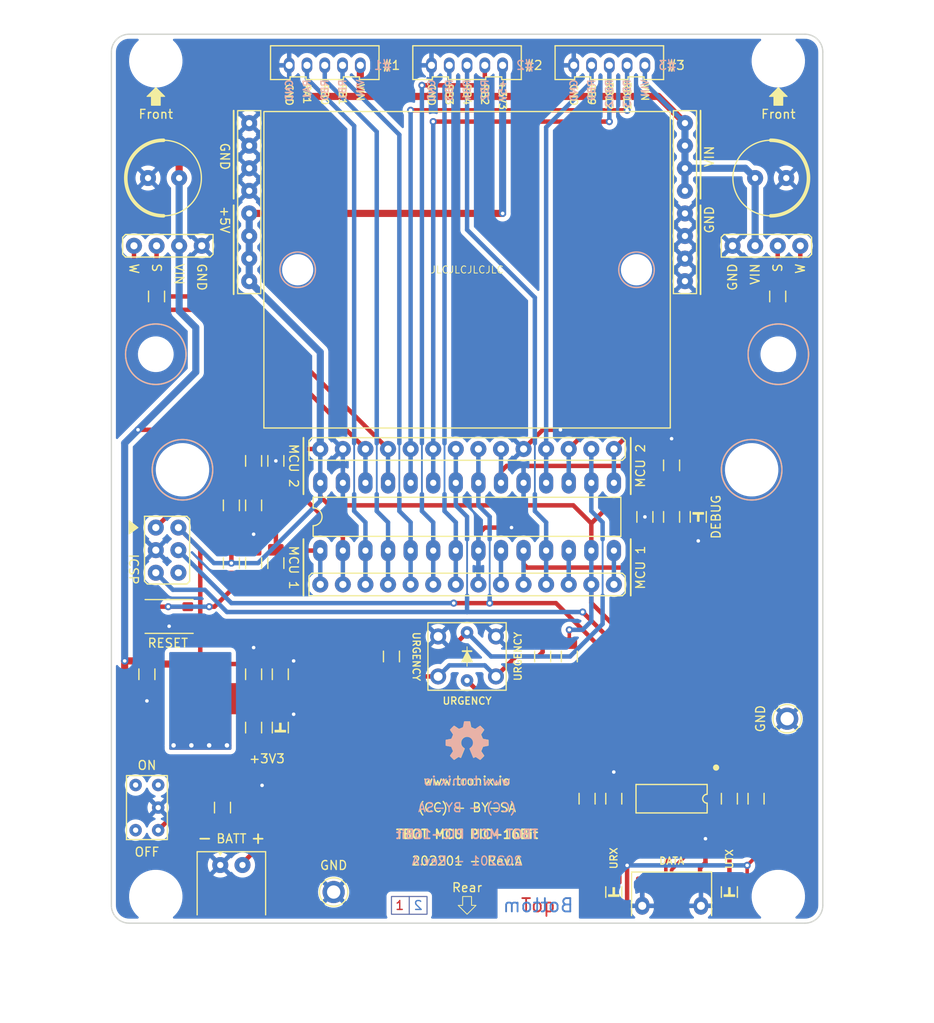
<source format=kicad_pcb>
(kicad_pcb (version 20211014) (generator pcbnew)
  (title_block (title "TBOT - MCU PIC-16Bit") (date "01/2022") (rev "A"))
  (layers (0 "F.Cu" signal) (31 "B.Cu" signal) (34 "B.Paste" user) (35 "F.Paste" user) (36 "B.SilkS" user "B.Silkscreen") (37 "F.SilkS" user "F.Silkscreen") (38 "B.Mask" user) (39 "F.Mask" user) (44 "Edge.Cuts" user))
  (net 0 "")
  (net 1 "GND")
  (net 2 "VIN")
  (net 3 "~{MCLR}")
  (net 4 "RA0{slash}BATTERY_SENSE")
  (net 5 "VBAT")
  (net 7 "/HID/RA1")
  (net 8 "/HID/D-")
  (net 9 "/HID/D+")
  (net 10 "Net-(IC401-Pad2)")
  (net 11 "Net-(IC401-Pad3)")
  (net 12 "Net-(IC401-Pad4)")
  (net 17 "Net-(LED101-Pad2)")
  (net 19 "Net-(LED401-Pad2)")
  (net 20 "Net-(LED402-Pad1)")
  (net 21 "Net-(LED403-Pad1)")
  (net 22 "Net-(R402-Pad1)")
  (net 23 "Net-(K406-Pad3)")
  (net 24 "Net-(R102-Pad1)")
  (net 25 "Net-(R102-Pad2)")
  (net 26 "Net-(K408-Pad3)")
  (net 27 "Net-(C301-Pad1)")
  (net 29 "Net-(R401-Pad1)")
  (net 31 "+3V3")
  (net 32 "Net-(C304-Pad1)")
  (net 33 "/HID/RB0")
  (net 34 "/HID/RB1")
  (net 35 "/HID/RB2")
  (net 36 "/HID/RB3")
  (net 37 "RA2")
  (net 38 "/HID/RA3{slash}LED")
  (net 39 "/HID/RB4")
  (net 40 "RA4")
  (net 41 "RB5")
  (net 42 "/HID/RB6{slash}SERVO_R")
  (net 43 "/HID/RB7{slash}EMERGENCY")
  (net 44 "/HID/RB8{slash}WHEEL_R")
  (net 45 "/HID/RB9")
  (net 46 "/HID/RB10{slash}PGD{slash}URX")
  (net 47 "/HID/RB11{slash}PGC{slash}UTX")
  (net 48 "/HID/RB12")
  (net 49 "/HID/RB13")
  (net 50 "/HID/RB14{slash}WHEEL_L")
  (net 51 "/HID/RB15{slash}SERVO_L")
  (footprint "tronixio:CAPACITOR-1206" (layer "F.Cu") (at 118.995 122 90)
    (fp_text reference "C104")
    (fp_text value "10µ")
  )
  (footprint "tronixio:HARWIN-M20-999144x" (layer "F.Cu") (at 123.49 111.9 90)
    (fp_text reference "K301")
    (fp_text value "MCU 1")
  )
  (footprint "tronixio:M3-MASK" (layer "F.Cu") (at 104.995 147)
    (fp_text reference "H101" hide)
    (fp_text value "MOUNTING-HOLE-MASK-3MM" hide)
  )
  (footprint "tronixio:M3" (layer "F.Cu") (at 175 86)
    (fp_text reference "H107" hide)
    (fp_text value "MOUNTING-HOLE-3MM" hide)
  )
  (footprint "tronixio:SOT-23-3" (layer "F.Cu") (at 108.995 137 90)
    (fp_text reference "T102")
    (fp_text value "DMP2305U")
  )
  (footprint "tronixio:RESISTOR-1206" (layer "F.Cu") (at 162.995 104.3 -90)
    (fp_text reference "R404")
    (fp_text value "1K2")
  )
  (footprint "tronixio:FCI-USB-TYPE-B-MICRO-THT" (layer "F.Cu") (at 162.995 147.5 90)
    (fp_text reference "K407")
    (fp_text value "USB/UART")
  )
  (footprint "tronixio:HARWIN-M20-999144x" (layer "F.Cu") (at 123.49 96.66 90)
    (fp_text reference "K303")
    (fp_text value "MCU 2")
  )
  (footprint "tronixio:OSHW-5MM" (layer "F.Cu") (at 140 129.5)
    (fp_text reference "G***" hide)
    (fp_text value "LOGO" hide)
  )
  (footprint "tronixio:M3-MASK" (layer "F.Cu") (at 107.995 99)
    (fp_text reference "H106" hide)
    (fp_text value "MOUNTING-HOLE-MASK-3MM" hide)
  )
  (footprint "tronixio:RESISTOR-1206" (layer "F.Cu") (at 153.495 136 -90)
    (fp_text reference "R408")
    (fp_text value "1K2")
  )
  (footprint "tronixio:KEYSTONE-5006" (layer "F.Cu") (at 175.995 127)
    (fp_text reference "TP102")
    (fp_text value "GND")
  )
  (footprint "tronixio:RESISTOR-1206" (layer "F.Cu") (at 172.495 136 -90)
    (fp_text reference "R407")
    (fp_text value "10K")
  )
  (footprint "tronixio:RESISTOR-1206" (layer "F.Cu") (at 118.495 109.5 -90)
    (fp_text reference "R302")
    (fp_text value "1K")
  )
  (footprint "tronixio:CAPACITOR-1206" (layer "F.Cu") (at 156.495 136 90)
    (fp_text reference "C402")
    (fp_text value "100n")
  )
  (footprint "tronixio:M3-MASK" (layer "F.Cu") (at 174.995 53)
    (fp_text reference "H104" hide)
    (fp_text value "MOUNTING-HOLE-MASK-3MM" hide)
  )
  (footprint "tronixio:LED-1206" (layer "F.Cu") (at 169.495 146.5 -90)
    (fp_text reference "LED403")
    (fp_text value "UTX")
  )
  (footprint "tronixio:CAPACITOR-1206" (layer "F.Cu") (at 118.495 98 -90)
    (fp_text reference "C303")
    (fp_text value "100n")
  )
  (footprint "tronixio:DIP-28-W762" (layer "F.Cu") (at 123.49 108.09 90)
    (fp_text reference "IC301")
    (fp_text value "PIC24FJxxGA002-ISP")
  )
  (footprint "tronixio:E-SWITCH-TL1240XQ1JXXX" (layer "F.Cu") (at 139.995 120 180)
    (fp_text reference "S401")
    (fp_text value "EMERGENCY")
  )
  (footprint "tronixio:HARWIN-M20-782084x" (layer "F.Cu") (at 164.5 60)
    (fp_text reference "K403")
    (fp_text value "VIN" hide)
  )
  (footprint "tronixio:RESISTOR-1206" (layer "F.Cu") (at 112.495 137 90)
    (fp_text reference "R102")
    (fp_text value "1M")
  )
  (footprint "tronixio:CAPACITOR-ELECTROLYTIC-RADIAL-080-115-035" (layer "F.Cu") (at 174.14 66.18)
    (fp_text reference "C404")
    (fp_text value "220µ/25V")
  )
  (footprint "tronixio:RESISTOR-1206" (layer "F.Cu") (at 113.495 103 90)
    (fp_text reference "R103")
    (fp_text value "10K")
  )
  (footprint "tronixio:M3-MASK" (layer "F.Cu") (at 174.995 147)
    (fp_text reference "H102" hide)
    (fp_text value "MOUNTING-HOLE-MASK-3MM" hide)
  )
  (footprint "tronixio:MOLEX-22057025" (layer "F.Cu") (at 112.245 143.4625 180)
    (fp_text reference "K101")
    (fp_text value "Battery")
  )
  (footprint "tronixio:M3-MASK" (layer "F.Cu") (at 104.995 53)
    (fp_text reference "H105" hide)
    (fp_text value "MOUNTING-HOLE-MASK-3MM" hide)
  )
  (footprint "tronixio:CAPACITOR-1206" (layer "F.Cu") (at 115.995 109.5 90)
    (fp_text reference "C301")
    (fp_text value "100n")
  )
  (footprint "tronixio:RESISTOR-1206" (layer "F.Cu") (at 115.995 128 90)
    (fp_text reference "R104")
    (fp_text value "1K2")
  )
  (footprint "tronixio:RESISTOR-1206" (layer "F.Cu") (at 169.495 136 -90)
    (fp_text reference "R410")
    (fp_text value "1K2")
  )
  (footprint "tronixio:CAPACITOR-1206" (layer "F.Cu") (at 115.995 122 90)
    (fp_text reference "C103")
    (fp_text value "100n")
  )
  (footprint "tronixio:M3" (layer "F.Cu") (at 104.995 86)
    (fp_text reference "H108" hide)
    (fp_text value "MOUNTING-HOLE-3MM" hide)
  )
  (footprint "tronixio:RESISTOR-1206" (layer "F.Cu") (at 113.495 109.5 90)
    (fp_text reference "R301")
    (fp_text value "10K")
  )
  (footprint "tronixio:RESISTOR-1206" (layer "F.Cu") (at 148.495 120 -90)
    (fp_text reference "R402")
    (fp_text value "150Ω")
  )
  (footprint "tronixio:LED-1206" (layer "F.Cu") (at 156.495 146.5 -90)
    (fp_text reference "LED402")
    (fp_text value "URX")
  )
  (footprint "tronixio:HARWIN-M20-999044x" (layer "F.Cu") (at 169.85 73.8 90)
    (fp_text reference "K408")
    (fp_text value "SERVO RIGHT")
  )
  (footprint "tronixio:BREADBOARD-170" (layer "F.Cu") (at 140 76.5)
    (fp_text reference "BB401")
    (fp_text value "BREADBOARD-170" hide)
  )
  (footprint "tronixio:HARWIN-M20-998034x" (layer "F.Cu") (at 104.995 105.5)
    (fp_text reference "K302")
    (fp_text value "ICSP")
  )
  (footprint "tronixio:RESISTOR-1206" (layer "F.Cu") (at 151.495 120 90)
    (fp_text reference "R401")
    (fp_text value "220Ω")
  )
  (footprint "tronixio:LED-1206" (layer "F.Cu") (at 165.995 104.3 90)
    (fp_text reference "LED401")
    (fp_text value "Debug")
  )
  (footprint "tronixio:KEYSTONE-5006" (layer "F.Cu") (at 124.995 146.5)
    (fp_text reference "TP101")
    (fp_text value "GND")
  )
  (footprint "tronixio:HARWIN-M20-782084x" (layer "F.Cu") (at 115.5 77.78 180)
    (fp_text reference "K404")
    (fp_text value "+5V")
  )
  (footprint "tronixio:M3-MASK" (layer "F.Cu") (at 172 99)
    (fp_text reference "H103" hide)
    (fp_text value "MOUNTING-HOLE-MASK-3MM" hide)
  )
  (footprint "tronixio:MOLEX-532530570" (layer "F.Cu") (at 135.995 53.5)
    (fp_text reference "K402")
    (fp_text value "FRONT #2")
  )
  (footprint "tronixio:MOLEX-532530570" (layer "F.Cu") (at 151.995 53.5)
    (fp_text reference "K405")
    (fp_text value "FRONT #3")
  )
  (footprint "tronixio:HARWIN-M20-999044x" (layer "F.Cu") (at 110.16 73.8 -90)
    (fp_text reference "K406")
    (fp_text value "SERVO LEFT")
  )
  (footprint "tronixio:RESISTOR-1206" (layer "F.Cu") (at 174.93 79.5 90)
    (fp_text reference "R411")
    (fp_text value "220Ω")
  )
  (footprint "tronixio:ALPS-SKRPAC" (layer "F.Cu") (at 106.495 115.5)
    (fp_text reference "S301")
    (fp_text value "Reset")
  )
  (footprint "tronixio:SOT-223-3" (layer "F.Cu") (at 109.995 124 -90)
    (fp_text reference "IC101")
    (fp_text value "TLV1117-33-SOT")
  )
  (footprint "tronixio:CAPACITOR-1206" (layer "F.Cu") (at 103.995 122 -90)
    (fp_text reference "C102")
    (fp_text value "10µ")
  )
  (footprint "tronixio:CAPACITOR-1206" (layer "F.Cu") (at 162.995 98.5 90)
    (fp_text reference "C304")
    (fp_text value "10µ")
  )
  (footprint "tronixio:E-SWITCH-200USPXT1A1M2RE" (layer "F.Cu") (at 103.995 137)
    (fp_text reference "S101")
    (fp_text value "Power")
  )
  (footprint "tronixio:CAPACITOR-1206" (layer "F.Cu") (at 159.995 104.3 -90)
    (fp_text reference "C302")
    (fp_text value "100n")
  )
  (footprint "tronixio:RESISTOR-1206" (layer "F.Cu") (at 115.995 98 90)
    (fp_text reference "R101")
    (fp_text value "16K")
  )
  (footprint "tronixio:RESISTOR-1206" (layer "F.Cu") (at 131.495 120 90)
    (fp_text reference "R403")
    (fp_text value "330Ω")
  )
  (footprint "tronixio:CAPACITOR-1206" (layer "F.Cu") (at 115.995 103 -90)
    (fp_text reference "C101")
    (fp_text value "100n")
  )
  (footprint "tronixio:LED-1206" (layer "F.Cu") (at 118.995 128 -90)
    (fp_text reference "LED101")
    (fp_text value "Power")
  )
  (footprint "tronixio:MOLEX-532530570" (layer "F.Cu") (at 119.995 53.5)
    (fp_text reference "K401")
    (fp_text value "FRONT #1")
  )
  (footprint "tronixio:SOT-23-3" (layer "F.Cu") (at 115.995 137 -90)
    (fp_text reference "T101")
    (fp_text value "DMP2305U")
  )
  (footprint "tronixio:CAPACITOR-ELECTROLYTIC-RADIAL-080-115-035" (layer "F.Cu") (at 105.87 66.18 180)
    (fp_text reference "C401")
    (fp_text value "220µ/25V")
  )
  (footprint "tronixio:RESISTOR-1206" (layer "F.Cu") (at 105.08 79.5 90)
    (fp_text reference "R406")
    (fp_text value "220Ω")
  )
  (footprint "tronixio:SOIC-SL-14" (layer "F.Cu") (at 162.995 136 -90)
    (fp_text reference "IC401")
    (fp_text value "MCP2221A")
  )
  (footprint "tronixio:OSHW-5MM" (layer "B.Cu") (at 140 129.5 180)
    (fp_text reference "G***" hide)
    (fp_text value "LOGO" hide)
  )
  (gr_rect (start 131.495 149) (end 135.495 147) (layer "F.Cu") (width 0.1) (fill none))
  (gr_line (start 133.495 149) (end 133.495 147) (layer "F.Cu") (width 0.1))
  (gr_line (start 133.495 149) (end 133.495 147) (layer "B.Cu") (width 0.1))
  (gr_rect (start 131.495 149) (end 135.495 147) (layer "B.Cu") (width 0.1) (fill none))
  (gr_line (start 158.4 95.4) (end 158.4 101.75) (layer "F.SilkS") (width 0.2))
  (gr_line (start 121.6 113.15) (end 121.6 106.8) (layer "F.SilkS") (width 0.2))
  (gr_line (start 113.75 58.6) (end 113.75 68.5) (layer "F.SilkS") (width 0.2))
  (gr_line (start 166.25 69.25) (end 166.25 79.25) (layer "F.SilkS") (width 0.2))
  (gr_line (start 113.75 69.25) (end 113.75 79.25) (layer "F.SilkS") (width 0.2))
  (gr_circle (center 168 132.5) (end 168.25 132.5) (layer "F.SilkS") (width 0.2) (fill solid))
  (gr_line (start 111 140.5) (end 110 140.5) (layer "F.SilkS") (width 0.2))
  (gr_poly (pts (xy 106 57) (xy 105.5 57) (xy 105.5 58) (xy 104.5 58) (xy 104.5 57) (xy 104 57) (xy 105 56)) (layer "F.SilkS") (width 0.1) (fill solid))
  (gr_line (start 116 140.5) (end 117 140.5) (layer "F.SilkS") (width 0.2))
  (gr_poly (pts (xy 103 105.5) (xy 102 106.22) (xy 102 104.72)) (layer "F.SilkS") (width 0.1) (fill solid))
  (gr_line (start 166.25 58.6) (end 166.25 68.5) (layer "F.SilkS") (width 0.2))
  (gr_poly (pts (xy 176 57) (xy 175.5 57) (xy 175.5 58) (xy 174.5 58) (xy 174.5 57) (xy 174 57) (xy 175 56)) (layer "F.SilkS") (width 0.1) (fill solid))
  (gr_poly (pts (xy 140.5 148) (xy 141 148) (xy 140 149) (xy 139 148) (xy 139.5 148) (xy 139.5 147) (xy 140.5 147)) (layer "F.SilkS") (width 0.1) (fill none))
  (gr_line (start 116.5 140) (end 116.5 141) (layer "F.SilkS") (width 0.2))
  (gr_line (start 158.4 113.15) (end 158.4 106.8) (layer "F.SilkS") (width 0.2))
  (gr_line (start 121.6 95.4) (end 121.6 101.75) (layer "F.SilkS") (width 0.2))
  (gr_arc (start 100 52) (mid 100.585786 50.585787) (end 101.999999 50.000001) (layer "Edge.Cuts") (width 0.15))
  (gr_arc (start 178.000001 49.999999) (mid 179.414214 50.585786) (end 180 52) (layer "Edge.Cuts") (width 0.15))
  (gr_line (start 178 50) (end 102 50) (layer "Edge.Cuts") (width 0.15))
  (gr_line (start 100 52) (end 100 148) (layer "Edge.Cuts") (width 0.15))
  (gr_line (start 102 150) (end 178 150) (layer "Edge.Cuts") (width 0.15))
  (gr_line (start 180 148) (end 180 52) (layer "Edge.Cuts") (width 0.15))
  (gr_arc (start 180 148) (mid 179.414214 149.414213) (end 178.000001 149.999999) (layer "Edge.Cuts") (width 0.15))
  (gr_arc (start 102 150) (mid 100.585787 149.414214) (end 100.000001 148.000001) (layer "Edge.Cuts") (width 0.15))
  (gr_text "Top" (at 147.995 148) (layer "F.Cu") (effects (font (size 1.5 1.5) (thickness 0.2))))
  (gr_text "1" (at 132.425 148) (layer "F.Cu") (effects (font (size 1 1))))
  (gr_text "2" (at 134.495 148) (layer "B.Cu") (effects (font (size 1 1)) (justify mirror)))
  (gr_text "Bottom" (at 147.995 148) (layer "B.Cu") (effects (font (size 1.5 1.5) (thickness 0.2)) (justify mirror)))
  (gr_text "RA1" (at 122 55 90) (layer "B.SilkS") (effects (font (size 0.8 0.8)) (justify left mirror)))
  (gr_text "#1" (at 130.5 53.5) (layer "B.SilkS") (effects (font (size 1 1)) (justify mirror)))
  (gr_text "(CC) - BY-SA" (at 140 137) (layer "B.SilkS") (effects (font (size 1 1)) (justify mirror)))
  (gr_text "GND" (at 120 55 90) (layer "B.SilkS") (effects (font (size 0.8 0.8)) (justify left mirror)))
  (gr_text "RB0" (at 124 55 90) (layer "B.SilkS") (effects (font (size 0.8 0.8)) (justify left mirror)))
  (gr_text "+5V" (at 144 55 90) (layer "B.SilkS") (effects (font (size 0.8 0.8)) (justify left mirror)))
  (gr_text "202201 - Rev.A" (at 140 143) (layer "B.SilkS") (effects (font (size 1 1)) (justify mirror)))
  (gr_text "TBOT MCU PIC-16Bit" (at 140 140) (layer "B.SilkS") (effects (font (size 1 1) (thickness 0.2)) (justify mirror)))
  (gr_text "RB2" (at 142 55 90) (layer "B.SilkS") (effects (font (size 0.8 0.8)) (justify left mirror)))
  (gr_text "RB13" (at 158 55 90) (layer "B.SilkS") (effects (font (size 0.8 0.8)) (justify left mirror)))
  (gr_text "www.tronix.io" (at 140 134) (layer "B.SilkS") (effects (font (size 1 1)) (justify mirror)))
  (gr_text "RB9" (at 154 55 90) (layer "B.SilkS") (effects (font (size 0.8 0.8)) (justify left mirror)))
  (gr_text "RB4" (at 140 55 90) (layer "B.SilkS") (effects (font (size 0.8 0.8)) (justify left mirror)))
  (gr_text "VIN" (at 128 55 90) (layer "B.SilkS") (effects (font (size 0.8 0.8)) (justify left mirror)))
  (gr_text "VIN" (at 160 55 90) (layer "B.SilkS") (effects (font (size 0.8 0.8)) (justify left mirror)))
  (gr_text "#2" (at 146.5 53.5) (layer "B.SilkS") (effects (font (size 1 1)) (justify mirror)))
  (gr_text "RB3" (at 138 55 90) (layer "B.SilkS") (effects (font (size 0.8 0.8)) (justify left mirror)))
  (gr_text "#3" (at 162.5 53.5) (layer "B.SilkS") (effects (font (size 1 1)) (justify mirror)))
  (gr_text "RB1" (at 126 55 90) (layer "B.SilkS") (effects (font (size 0.8 0.8)) (justify left mirror)))
  (gr_text "GND" (at 152 55 90) (layer "B.SilkS") (effects (font (size 0.8 0.8)) (justify left mirror)))
  (gr_text "RB12" (at 156 55 90) (layer "B.SilkS") (effects (font (size 0.8 0.8)) (justify left mirror)))
  (gr_text "GND" (at 136 55 90) (layer "B.SilkS") (effects (font (size 0.8 0.8)) (justify left mirror)))
  (gr_text "VIN" (at 167.25 63.75 90) (layer "F.SilkS") (effects (font (size 1 1))))
  (gr_text "Rear" (at 140 146) (layer "F.SilkS") (effects (font (size 1 1))))
  (gr_text "Front" (at 175 59) (layer "F.SilkS") (effects (font (size 1 1))))
  (gr_text "TBOT MCU PIC-16Bit" (at 140 140) (layer "F.SilkS") (effects (font (size 1 1) (thickness 0.2))))
  (gr_text "MCU 2" (at 159.5 98.55 90) (layer "F.SilkS") (effects (font (size 1 1))))
  (gr_text "S" (at 105.08 75.705 270) (layer "F.SilkS") (effects (font (size 1 1)) (justify left)))
  (gr_text "GND" (at 112.75 63.75 270) (layer "F.SilkS") (effects (font (size 1 1))))
  (gr_text "JLCJLCJLCJLC" (at 140 76.5) (layer "F.SilkS") (effects (font (size 0.8 0.8) (thickness 0.1))))
  (gr_text "W" (at 102.54 75.705 270) (layer "F.SilkS") (effects (font (size 1 1)) (justify left)))
  (gr_text "RESET" (at 106.35 118.5) (layer "F.SilkS") (effects (font (size 1 1))))
  (gr_text "DATA" (at 163 143) (layer "F.SilkS") (effects (font (size 0.8 0.8))))
  (gr_text "URX" (at 156.5 144 90) (layer "F.SilkS") (effects (font (size 0.8 0.8)) (justify left)))
  (gr_text "GND" (at 110.16 75.705 270) (layer "F.SilkS") (effects (font (size 1 1)) (justify left)))
  (gr_text "GND" (at 135.995 55.5 270) (layer "F.SilkS") (effects (font (size 0.8 0.8)) (justify left)))
  (gr_text "ON" (at 104 132.25) (layer "F.SilkS") (effects (font (size 1 1))))
  (gr_text "RB0" (at 123.995 55.5 270) (layer "F.SilkS") (effects (font (size 0.8 0.8)) (justify left)))
  (gr_text "#3" (at 163.495 53.5) (layer "F.SilkS") (effects (font (size 1 1))))
  (gr_text "RB4" (at 139.995 55.5 270) (layer "F.SilkS") (effects (font (size 0.8 0.8)) (justify left)))
  (gr_text "www.tronix.io" (at 140 134) (layer "F.SilkS") (effects (font (size 1 1))))
  (gr_text "RA1" (at 121.995 55.5 270) (layer "F.SilkS") (effects (font (size 0.8 0.8)) (justify left)))
  (gr_text "VIN" (at 172.39 75.705 90) (layer "F.SilkS") (effects (font (size 1 1)) (justify right)))
  (gr_text "ICSP" (at 102.5 112 270) (layer "F.SilkS") (effects (font (size 1 1)) (justify right)))
  (gr_text "UTX" (at 169.5 144 90) (layer "F.SilkS") (effects (font (size 0.8 0.8)) (justify left)))
  (gr_text "URGENCY" (at 140 125) (layer "F.SilkS") (effects (font (size 0.8 0.8))))
  (gr_text "RB1" (at 125.995 55.5 270) (layer "F.SilkS") (effects (font (size 0.8 0.8)) (justify left)))
  (gr_text "VIN" (at 107.62 75.705 270) (layer "F.SilkS") (effects (font (size 1 1)) (justify left)))
  (gr_text "DEBUG" (at 167.995 104.3 90) (layer "F.SilkS") (effects (font (size 1 1))))
  (gr_text "202201 - Rev.A" (at 140 143) (layer "F.SilkS") (effects (font (size 1 1))))
  (gr_text "GND" (at 151.995 55.5 270) (layer "F.SilkS") (effects (font (size 0.8 0.8)) (justify left)))
  (gr_text "GND" (at 169.85 75.705 90) (layer "F.SilkS") (effects (font (size 1 1)) (justify right)))
  (gr_text "MCU 2" (at 120.5 98.55 270) (layer "F.SilkS") (effects (font (size 1 1))))
  (gr_text "RB3" (at 137.995 55.5 270) (layer "F.SilkS") (effects (font (size 0.8 0.8)) (justify left)))
  (gr_text "RB2" (at 141.995 55.5 270) (layer "F.SilkS") (effects (font (size 0.8 0.8)) (justify left)))
  (gr_text "GND" (at 119.995 55.5 270) (layer "F.SilkS") (effects (font (size 0.8 0.8)) (justify left)))
  (gr_text "URGENCY" (at 134.29 120 270) (layer "F.SilkS") (effects (font (size 0.8 0.8))))
  (gr_text "MCU 1" (at 120.5 110 270) (layer "F.SilkS") (effects (font (size 1 1))))
  (gr_text "VIN" (at 159.995 55.5 270) (layer "F.SilkS") (effects (font (size 0.8 0.8)) (justify left)))
  (gr_text "#2" (at 147.495 53.5) (layer "F.SilkS") (effects (font (size 1 1))))
  (gr_text "GND" (at 124.995 143.5) (layer "F.SilkS") (effects (font (size 1 1))))
  (gr_text "GND" (at 167.25 69.25 90) (layer "F.SilkS") (effects (font (size 1 1)) (justify right)))
  (gr_text "S" (at 174.93 75.705 90) (layer "F.SilkS") (effects (font (size 1 1)) (justify right)))
  (gr_text "OFF" (at 104 142) (layer "F.SilkS") (effects (font (size 1 1))))
  (gr_text "+3V3" (at 143.995 55.2 270) (layer "F.SilkS") (effects (font (size 0.8 0.8)) (justify left)))
  (gr_text "+3V3" (at 117.495 131.5) (layer "F.SilkS") (effects (font (size 1 1))))
  (gr_text "Front" (at 105 59) (layer "F.SilkS") (effects (font (size 1 1))))
  (gr_text "W" (at 177.47 75.705 90) (layer "F.SilkS") (effects (font (size 1 1)) (justify right)))
  (gr_text "VIN" (at 127.995 55.5 270) (layer "F.SilkS") (effects (font (size 0.8 0.8)) (justify left)))
  (gr_text "+5V" (at 112.75 69.25 270) (layer "F.SilkS") (effects (font (size 1 1)) (justify left)))
  (gr_text "MCU 1" (at 159.5 110 90) (layer "F.SilkS") (effects (font (size 1 1))))
  (gr_text "GND" (at 172.995 127 90) (layer "F.SilkS") (effects (font (size 1 1))))
  (gr_text "URGENCY" (at 145.72 120 90) (layer "F.SilkS") (effects (font (size 0.8 0.8))))
  (gr_text "(CC) - BY-SA" (at 140 137) (layer "F.SilkS") (effects (font (size 1 1))))
  (gr_text "RB13" (at 157.995 55.25 270) (layer "F.SilkS") (effects (font (size 0.8 0.8)) (justify left)))
  (gr_text "BATT" (at 113.5 140.5) (layer "F.SilkS") (effects (font (size 1 1))))
  (gr_text "#1" (at 131.495 53.5) (layer "F.SilkS") (effects (font (size 1 1))))
  (gr_text "RB9" (at 153.995 55.5 270) (layer "F.SilkS") (effects (font (size 0.8 0.8)) (justify left)))
  (gr_text "RB12" (at 155.995 55.25 270) (layer "F.SilkS") (effects (font (size 0.8 0.8)) (justify left)))
  (segment (start 118.995 120.5) (end 120.495 120.5) (width 0.8) (layer "F.Cu") (net 1))
  (segment (start 118.995 126.5) (end 120.495 126.5) (width 0.8) (layer "F.Cu") (net 1))
  (segment (start 166.805 143.18) (end 166.81 143.185) (width 0.5) (layer "F.Cu") (net 1))
  (segment (start 166.3 148.05) (end 166.3 145.6) (width 0.5) (layer "F.Cu") (net 1))
  (segment (start 116 119) (end 115.995 119) (width 0.5) (layer "F.Cu") (net 1))
  (segment (start 164.745 145.25) (end 164.995 145.5) (width 0.4) (layer "F.Cu") (net 1))
  (segment (start 164.745 145.25) (end 164.295 145.25) (width 0.4) (layer "F.Cu") (net 1))
  (segment (start 114.495 120.5) (end 116 120.5) (width 0.5) (layer "F.Cu") (net 1))
  (segment (start 166.805 140.5) (end 166.805 143.18) (width 0.5) (layer "F.Cu") (net 1))
  (segment (start 116 120.5) (end 116 119) (width 0.8) (layer "F.Cu") (net 1))
  (segment (start 159.7 148.05) (end 159.7 145.6) (width 0.5) (layer "F.Cu") (net 1))
  (segment (start 141.27 106.225) (end 141.995 105.5) (width 0.5) (layer "F.Cu") (net 1))
  (segment (start 114.145 120.85) (end 114.495 120.5) (width 0.5) (layer "F.Cu") (net 1))
  (segment (start 103.995 125) (end 103.995 123.5) (width 0.8) (layer "F.Cu") (net 1))
  (segment (start 156.495 134.5) (end 156.495 133) (width 0.5) (layer "F.Cu") (net 1))
  (segment (start 162.995 97) (end 162.995 95.5) (width 0.5) (layer "F.Cu") (net 1))
  (segment (start 148.51 94.5) (end 146.35 96.66) (width 0.5) (layer "F.Cu") (net 1))
  (segment (start 112.3 120.85) (end 114.145 120.85) (width 0.5) (layer "F.Cu") (net 1))
  (segment (start 165.995 105.8) (end 165.995 107) (width 0.5) (layer "F.Cu") (net 1))
  (segment (start 166.81 143.185) (end 166.195 143.8) (width 0.5) (layer "F.Cu") (net 1))
  (segment (start 141.995 105.5) (end 144.995 105.5) (width 0.5) (layer "F.Cu") (net 1))
  (segment (start 115.995 108) (end 115.995 106.25) (width 0.5) (layer "F.Cu") (net 1))
  (segment (start 141.27 108.09) (end 141.27 106.225) (width 0.5) (layer "F.Cu") (net 1))
  (segment (start 166.2 145.5) (end 164.995 145.5) (width 0.4) (layer "F.Cu") (net 1))
  (segment (start 118.495 99.5) (end 118.495 98) (width 0.5) (layer "F.Cu") (net 1))
  (segment (start 115.995 104.5) (end 115.995 106.25) (width 0.5) (layer "F.Cu") (net 1))
  (segment (start 113.495 104.5) (end 115.995 104.5) (width 0.5) (layer "F.Cu") (net 1))
  (segment (start 104.395 116.6) (end 106.495 116.6) (width 0.5) (layer "F.Cu") (net 1))
  (segment (start 166.805 138.8) (end 166.805 140.5) (width 0.5) (layer "F.Cu") (net 1))
  (segment (start 106.495 116.6) (end 108.595 116.6) (width 0.5) (layer "F.Cu") (net 1))
  (segment (start 116.945 135.8) (end 116.945 134.5) (width 0.5) (layer "F.Cu") (net 1))
  (segment (start 166.195 143.8) (end 166.195 145.5) (width 0.5) (layer "F.Cu") (net 1))
  (segment (start 159.995 105.8) (end 159.995 104.3) (width 0.5) (layer "F.Cu") (net 1))
  (segment (start 150.495 94.5) (end 148.51 94.5) (width 0.5) (layer "F.Cu") (net 1))
  (via (at 166.805 140.5) (size 0.8) (drill 0.4) (layers "F.Cu" "B.Cu") (net 1))
  (via (at 115.995 119) (size 0.8) (drill 0.4) (layers "F.Cu" "B.Cu") (net 1))
  (via (at 115.995 106.25) (size 0.8) (drill 0.4) (layers "F.Cu" "B.Cu") (net 1))
  (via (at 165.995 107) (size 0.8) (drill 0.4) (layers "F.Cu" "B.Cu") (net 1))
  (via (at 156.495 133) (size 0.8) (drill 0.4) (layers "F.Cu" "B.Cu") (net 1))
  (via (at 144.995 105.5) (size 0.8) (drill 0.4) (layers "F.Cu" "B.Cu") (net 1))
  (via (at 103.995 125) (size 0.8) (drill 0.4) (layers "F.Cu" "B.Cu") (net 1))
  (via (at 150.495 94.5) (size 0.8) (drill 0.4) (layers "F.Cu" "B.Cu") (net 1))
  (via (at 159.995 104.3) (size 0.8) (drill 0.4) (layers "F.Cu" "B.Cu") (net 1))
  (via (at 118.495 98) (size 0.8) (drill 0.4) (layers "F.Cu" "B.Cu") (net 1))
  (via (at 162.995 95.5) (size 0.8) (drill 0.4) (layers "F.Cu" "B.Cu") (net 1))
  (via (at 116.945 134.5) (size 0.8) (drill 0.4) (layers "F.Cu" "B.Cu") (net 1))
  (via (at 120.495 120.5) (size 0.8) (drill 0.4) (layers "F.Cu" "B.Cu") (net 1))
  (via (at 106.495 116.6) (size 0.8) (drill 0.4) (layers "F.Cu" "B.Cu") (net 1))
  (via (at 120.495 126.5) (size 0.8) (drill 0.4) (layers "F.Cu" "B.Cu") (net 1))
  (segment (start 141.27 111.9) (end 141.27 108.09) (width 0.5) (layer "B.Cu") (net 1))
  (segment (start 126.03 96.66) (end 126.03 100.47) (width 0.5) (layer "B.Cu") (net 1))
  (segment (start 113.5 57) (end 128.28 57) (width 0.8) (layer "F.Cu") (net 2))
  (segment (start 101.495 120.5) (end 103.995 120.5) (width 0.8) (layer "F.Cu") (net 2))
  (segment (start 108.995 135.8) (end 108.995 133.5) (width 0.8) (layer "F.Cu") (net 2))
  (segment (start 115.995 95.5) (end 114.995 94.5) (width 0.5) (layer "F.Cu") (net 2))
  (segment (start 107.62 66.18) (end 107.62 62.88) (width 0.8) (layer "F.Cu") (net 2))
  (segment (start 103.495 132) (end 101.495 130) (width 0.8) (layer "F.Cu") (net 2))
  (segment (start 107.62 62.88) (end 113.5 57) (width 0.8) (layer "F.Cu") (net 2))
  (segment (start 127.995 53.5) (end 127.995 57) (width 0.8) (layer "F.Cu") (net 2))
  (segment (start 105.41 120.5) (end 105.76 120.85) (width 0.8) (layer "F.Cu") (net 2))
  (segment (start 115.995 96.5) (end 115.995 95.5) (width 0.5) (layer "F.Cu") (net 2))
  (segment (start 108.995 133.5) (end 107.495 132) (width 0.8) (layer "F.Cu") (net 2))
  (segment (start 161.5 57) (end 164.5 60) (width 0.8) (layer "F.Cu") (net 2))
  (segment (start 114.995 94.5) (end 102.995 94.5) (width 0.5) (layer "F.Cu") (net 2))
  (segment (start 103.995 120.5) (end 105.41 120.5) (width 0.8) (layer "F.Cu") (net 2))
  (segment (start 107.495 132) (end 103.495 132) (width 0.8) (layer "F.Cu") (net 2))
  (segment (start 101.495 130) (end 101.495 120.5) (width 0.8) (layer "F.Cu") (net 2))
  (segment (start 128.28 57) (end 161.5 57) (width 0.8) (layer "F.Cu") (net 2))
  (segment (start 105.76 120.85) (end 107.7 120.85) (width 0.8) (layer "F.Cu") (net 2))
  (via (at 102.995 94.5) (size 0.8) (drill 0.4) (layers "F.Cu" "B.Cu") (net 2))
  (via (at 101.495 120.5) (size 0.8) (drill 0.4) (layers "F.Cu" "B.Cu") (net 2))
  (segment (start 159.995 55.5) (end 164.495 60) (width 0.5) (layer "B.Cu") (net 2))
  (segment (start 164.5 67.62) (end 164.5 65.08) (width 0.8) (layer "B.Cu") (net 2))
  (segment (start 109.495 88) (end 101.495 96) (width 0.8) (layer "B.Cu") (net 2))
  (segment (start 164.5 65.08) (end 164.5 62.54) (width 0.8) (layer "B.Cu") (net 2))
  (segment (start 172.39 73.8) (end 172.39 66.18) (width 0.8) (layer "B.Cu") (net 2))
  (segment (start 159.995 53.5) (end 159.995 55.5) (width 0.5) (layer "B.Cu") (net 2))
  (segment (start 164.5 65.08) (end 171.29 65.08) (width 0.8) (layer "B.Cu") (net 2))
  (segment (start 171.29 65.08) (end 172.39 66.18) (width 0.8) (layer "B.Cu") (net 2))
  (segment (start 107.62 73.8) (end 107.62 81.125) (width 0.8) (layer "B.Cu") (net 2))
  (segment (start 164.5 62.54) (end 164.5 60) (width 0.8) (layer "B.Cu") (net 2))
  (segment (start 107.62 73.8) (end 107.62 66.18) (width 0.8) (layer "B.Cu") (net 2))
  (segment (start 109.495 83) (end 109.495 88) (width 0.8) (layer "B.Cu") (net 2))
  (segment (start 107.62 81.125) (end 109.495 83) (width 0.8) (layer "B.Cu") (net 2))
  (segment (start 101.495 96) (end 101.495 120.5) (width 0.8) (layer "B.Cu") (net 2))
  (segment (start 123.49 108.09) (end 122.085 108.09) (width 0.5) (layer "F.Cu") (net 3))
  (segment (start 118.495 104) (end 118.495 108) (width 0.5) (layer "F.Cu") (net 3))
  (segment (start 121.995 108) (end 118.495 108) (width 0.5) (layer "F.Cu") (net 3))
  (segment (start 107.495 103) (end 117.495 103) (width 0.5) (layer "F.Cu") (net 3))
  (segment (start 117.495 103) (end 118.495 104) (width 0.5) (layer "F.Cu") (net 3))
  (segment (start 104.995 105.5) (end 107.495 103) (width 0.5) (layer "F.Cu") (net 3))
  (segment (start 122.085 108.09) (end 121.995 108) (width 0.5) (layer "F.Cu") (net 3))
  (segment (start 123.49 111.9) (end 123.49 108.09) (width 0.5) (layer "B.Cu") (net 3))
  (segment (start 126.03 108.09) (end 126.03 106.535) (width 0.5) (layer "F.Cu") (net 4))
  (segment (start 120.995 101.5) (end 115.995 101.5) (width 0.5) (layer "F.Cu") (net 4))
  (segment (start 113.495 101.5) (end 115.995 101.5) (width 0.5) (layer "F.Cu") (net 4))
  (segment (start 115.995 101.5) (end 115.995 99.5) (width 0.5) (layer "F.Cu") (net 4))
  (segment (start 126.03 106.535) (end 120.995 101.5) (width 0.5) (layer "F.Cu") (net 4))
  (segment (start 126.03 111.9) (end 126.03 108.09) (width 0.5) (layer "B.Cu") (net 4))
  (segment (start 115.995 142) (end 115.995 138.2) (width 0.5) (layer "F.Cu") (net 5))
  (segment (start 114.745 143.25) (end 115.995 142) (width 0.5) (layer "F.Cu") (net 5))
  (segment (start 127.3 101.74) (end 127.3 96.025) (width 0.2) (layer "B.Cu") (net 7))
  (segment (start 128.57 111.9) (end 128.57 108.09) (width 0.5) (layer "B.Cu") (net 7))
  (segment (start 121.995 55) (end 121.995 53.5) (width 0.5) (layer "B.Cu") (net 7))
  (segment (start 127.3 96.025) (end 127.3 60.305) (width 0.5) (layer "B.Cu") (net 7))
  (segment (start 127.3 60.305) (end 121.995 55) (width 0.5) (layer "B.Cu") (net 7))
  (segment (start 127.3 103.645) (end 127.3 101.74) (width 0.5) (layer "B.Cu") (net 7))
  (segment (start 128.57 104.915) (end 127.3 103.645) (width 0.5) (layer "B.Cu") (net 7))
  (segment (start 128.57 108.09) (end 128.57 104.915) (width 0.5) (layer "B.Cu") (net 7))
  (segment (start 162.345 145.25) (end 162.345 143.15) (width 0.4) (layer "F.Cu") (net 8))
  (segment (start 164.265 141.23) (end 164.265 138.8) (width 0.4) (layer "F.Cu") (net 8))
  (segment (start 162.345 143.15) (end 164.265 141.23) (width 0.4) (layer "F.Cu") (net 8))
  (segment (start 165.535 141.46) (end 165.535 138.8) (width 0.4) (layer "F.Cu") (net 9))
  (segment (start 162.995 144) (end 165.535 141.46) (width 0.4) (layer "F.Cu") (net 9))
  (segment (start 162.995 145.25) (end 162.995 144) (width 0.4) (layer "F.Cu") (net 9))
  (segment (start 169.495 132.5) (end 168.495 131.5) (width 0.5) (layer "F.Cu") (net 10))
  (segment (start 169.495 134.5) (end 169.495 132.5) (width 0.5) (layer "F.Cu") (net 10))
  (segment (start 165.995 131.5) (end 168.495 131.5) (width 0.5) (layer "F.Cu") (net 10))
  (segment (start 165.535 133.2) (end 165.535 131.96) (width 0.5) (layer "F.Cu") (net 10))
  (segment (start 165.535 131.96) (end 165.995 131.5) (width 0.5) (layer "F.Cu") (net 10))
  (segment (start 162.995 136) (end 164.265 134.73) (width 0.5) (layer "F.Cu") (net 11))
  (segment (start 153.995 136) (end 162.995 136) (width 0.5) (layer "F.Cu") (net 11))
  (segment (start 153.495 134.5) (end 153.495 135.5) (width 0.5) (layer "F.Cu") (net 11))
  (segment (start 164.265 134.73) (end 164.265 133.2) (width 0.5) (layer "F.Cu") (net 11))
  (segment (start 153.495 135.5) (end 153.995 136) (width 0.5) (layer "F.Cu") (net 11))
  (segment (start 172.495 132.5) (end 172.495 134.5) (width 0.5) (layer "F.Cu") (net 12))
  (segment (start 164.995 130) (end 169.995 130) (width 0.5) (layer "F.Cu") (net 12))
  (segment (start 162.995 133.2) (end 162.995 132) (width 0.5) (layer "F.Cu") (net 12))
  (segment (start 162.995 132) (end 164.995 130) (width 0.5) (layer "F.Cu") (net 12))
  (segment (start 169.995 130) (end 172.495 132.5) (width 0.5) (layer "F.Cu") (net 12))
  (segment (start 115.995 129.5) (end 118.995 129.5) (width 0.8) (layer "F.Cu") (net 17))
  (segment (start 162.995 102.8) (end 165.995 102.8) (width 0.5) (layer "F.Cu") (net 19))
  (segment (start 153.495 137.5) (end 153.495 139) (width 0.5) (layer "F.Cu") (net 20))
  (segment (start 153.495 139) (end 156.5 142) (width 0.5) (layer "F.Cu") (net 20))
  (segment (start 156.5 142) (end 156.5 145) (width 0.5) (layer "F.Cu") (net 20))
  (segment (start 169.5 141.995) (end 169.495 141.99) (width 0.5) (layer "F.Cu") (net 21))
  (segment (start 169.5 141.995) (end 169.5 145) (width 0.5) (layer "F.Cu") (net 21))
  (segment (start 169.495 141.99) (end 169.495 137.5) (width 0.5) (layer "F.Cu") (net 21))
  (segment (start 133.995 121.5) (end 131.495 121.5) (width 0.5) (layer "F.Cu") (net 22))
  (segment (start 147.995 120) (end 145.495 120) (width 0.5) (layer "F.Cu") (net 22))
  (segment (start 148.495 118.5) (end 148.495 119.5) (width 0.5) (layer "F.Cu") (net 22))
  (segment (start 148.495 119.5) (end 147.995 120) (width 0.5) (layer "F.Cu") (net 22))
  (segment (start 134.745 122.25) (end 136.745 122.25) (width 0.5) (layer "F.Cu") (net 22))
  (segment (start 133.995 121.5) (end 134.745 122.25) (width 0.5) (layer "F.Cu") (net 22))
  (segment (start 145.495 120) (end 143.245 122.25) (width 0.5) (layer "F.Cu") (net 22))
  (segment (start 136.745 122.25) (end 137.995 121) (width 0.5) (layer "B.Cu") (net 22))
  (segment (start 137.995 121) (end 141.995 121) (width 0.5) (layer "B.Cu") (net 22))
  (segment (start 141.995 121) (end 143.245 122.25) (width 0.5) (layer "B.Cu") (net 22))
  (segment (start 105.08 78) (end 105.08 73.8) (width 0.5) (layer "F.Cu") (net 23))
  (segment (start 108.495 140) (end 111.995 140) (width 0.5) (layer "F.Cu") (net 24))
  (segment (start 108.045 138.2) (end 106.605 138.2) (width 0.5) (layer "F.Cu") (net 24))
  (segment (start 106.605 138.2) (end 105.265 139.54) (width 0.5) (layer "F.Cu") (net 24))
  (segment (start 112.495 139.5) (end 112.495 138.5) (width 0.5) (layer "F.Cu") (net 24))
  (segment (start 108.045 139.55) (end 108.495 140) (width 0.5) (layer "F.Cu") (net 24))
  (segment (start 111.995 140) (end 112.495 139.5) (width 0.5) (layer "F.Cu") (net 24))
  (segment (start 108.045 138.2) (end 108.045 139.55) (width 0.5) (layer "F.Cu") (net 24))
  (segment (start 114.295 135.8) (end 113.995 135.5) (width 0.5) (layer "F.Cu") (net 25))
  (segment (start 115.045 135.8) (end 114.295 135.8) (width 0.5) (layer "F.Cu") (net 25))
  (segment (start 109.945 138.2) (end 109.945 136.55) (width 0.5) (layer "F.Cu") (net 25))
  (segment (start 110.995 135.5) (end 112.495 135.5) (width 0.5) (layer "F.Cu") (net 25))
  (segment (start 109.945 136.55) (end 110.995 135.5) (width 0.5) (layer "F.Cu") (net 25))
  (segment (start 113.995 135.5) (end 112.495 135.5) (width 0.5) (layer "F.Cu") (net 25))
  (segment (start 174.93 78) (end 174.93 73.8) (width 0.5) (layer "F.Cu") (net 26))
  (segment (start 115.995 111) (end 118.495 111) (width 0.5) (layer "F.Cu") (net 27))
  (segment (start 113.5 112.495) (end 113.495 112.49) (width 0.5) (layer "F.Cu") (net 27))
  (segment (start 113.495 112.49) (end 113.495 111) (width 0.5) (layer "F.Cu") (net 27))
  (segment (start 106.395 114.4) (end 108.595 114.4) (width 0.5) (layer "F.Cu") (net 27))
  (segment (start 113.495 111) (end 115.995 111) (width 0.5) (layer "F.Cu") (net 27))
  (segment (start 104.395 114.4) (end 106.395 114.4) (width 0.5) (layer "F.Cu") (net 27))
  (segment (start 111.595 114.4) (end 110.995 114.4) (width 0.5) (layer "F.Cu") (net 27))
  (segment (start 113.5 112.495) (end 111.595 114.4) (width 0.5) (layer "F.Cu") (net 27))
  (via (at 106.395 114.4) (size 0.8) (drill 0.4) (layers "F.Cu" "B.Cu") (net 27))
  (via (at 110.995 114.4) (size 0.8) (drill 0.4) (layers "F.Cu" "B.Cu") (net 27))
  (segment (start 110.995 114.4) (end 106.395 114.4) (width 0.5) (layer "B.Cu") (net 27))
  (segment (start 148.495 121.5) (end 148.495 122.5) (width 0.5) (layer "F.Cu") (net 29))
  (segment (start 146.495 124.5) (end 141.795 124.5) (width 0.5) (layer "F.Cu") (net 29))
  (segment (start 148.495 122.5) (end 146.495 124.5) (width 0.5) (layer "F.Cu") (net 29))
  (segment (start 148.495 121.5) (end 151.495 121.5) (width 0.4) (layer "F.Cu") (net 29))
  (segment (start 141.795 124.5) (end 139.995 122.7) (width 0.5) (layer "F.Cu") (net 29))
  (segment (start 107.535 105.5) (end 110 107.965) (width 0.5) (layer "F.Cu") (net 31))
  (segment (start 153.97 111.9) (end 153.97 113.975) (width 0.5) (layer "F.Cu") (net 31))
  (segment (start 173.995 137.5) (end 172.495 137.5) (width 0.5) (layer "F.Cu") (net 31))
  (segment (start 170.995 146.5) (end 171.495 146) (width 0.4) (layer "F.Cu") (net 31))
  (segment (start 159.995 102.8) (end 156.195 102.8) (width 0.5) (layer "F.Cu") (net 31))
  (segment (start 153.97 105.025) (end 153.97 108.09) (width 0.5) (layer "F.Cu") (net 31))
  (segment (start 156.495 137.5) (end 157.995 137.5) (width 0.5) (layer "F.Cu") (net 31))
  (segment (start 172.495 142.5) (end 172.495 137.5) (width 0.4) (layer "F.Cu") (net 31))
  (segment (start 171.495 146) (end 171.495 143.5) (width 0.4) (layer "F.Cu") (net 31))
  (segment (start 109.995 107.965) (end 109.995 120.85) (width 0.5) (layer "F.Cu") (net 31))
  (segment (start 123.49 100.47) (end 123.49 101.995) (width 0.5) (layer "F.Cu") (net 31))
  (segment (start 171.495 143.5) (end 172.495 142.5) (width 0.4) (layer "F.Cu") (net 31))
  (segment (start 169.495 147) (end 169.995 146.5) (width 0.4) (layer "F.Cu") (net 31))
  (segment (start 151.495 118.5) (end 151.495 117) (width 0.4) (layer "F.Cu") (net 31))
  (segment (start 170.495 128.5) (end 174.495 132.5) (width 0.5) (layer "F.Cu") (net 31))
  (segment (start 169.5 147) (end 169.495 147) (width 0.3) (layer "F.Cu") (net 31))
  (segment (start 162.995 137) (end 163.995 137) (width 0.5) (layer "F.Cu") (net 31))
  (segment (start 115.5 70.16) (end 144 70.16) (width 0.8) (layer "F.Cu") (net 31))
  (segment (start 113.495 108) (end 113.495 109.49) (width 0.5) (layer "F.Cu") (net 31))
  (segment (start 156.495 137.5) (end 156.495 139.5) (width 0.5) (layer "F.Cu") (net 31))
  (segment (start 156.195 102.8) (end 153.97 105.025) (width 0.5) (layer "F.Cu") (net 31))
  (segment (start 174.495 132.5) (end 174.495 137) (width 0.5) (layer "F.Cu") (net 31))
  (segment (start 124.495 103) (end 151.945 103) (width 0.5) (layer "F.Cu") (net 31))
  (segment (start 153.97 113.975) (end 168.495 128.5) (width 0.5) (layer "F.Cu") (net 31))
  (segment (start 156.495 148) (end 157.495 148) (width 0.5) (layer "F.Cu") (net 31))
  (segment (start 166.805 133.2) (end 166.805 134.19) (width 0.5) (layer "F.Cu") (net 31))
  (segment (start 113.495 109.49) (end 113.5 109.495) (width 0.4) (layer "F.Cu") (net 31))
  (segment (start 162.995 138.8) (end 162.995 137) (width 0.5) (layer "F.Cu") (net 31))
  (segment (start 174.495 137) (end 173.995 137.5) (width 0.5) (layer "F.Cu") (net 31))
  (segment (start 156.495 139.5) (end 157.995 141) (width 0.5) (layer "F.Cu") (net 31))
  (segment (start 121.995 96.66) (end 121.835 96.5) (width 0.5) (layer "F.Cu") (net 31))
  (segment (start 157.995 147.5) (end 157.995 143.5) (width 0.5) (layer "F.Cu") (net 31))
  (segment (start 157.995 137.5) (end 158.495 137) (width 0.5) (layer "F.Cu") (net 31))
  (segment (start 169.5 148) (end 169.5 147) (width 0.4) (layer "F.Cu") (net 31))
  (segment (start 109.995 127.15) (end 109.995 120.85) (width 1) (layer "F.Cu") (net 31))
  (segment (start 121.835 96.5) (end 118.495 96.5) (width 0.5) (layer "F.Cu") (net 31))
  (segment (start 123.49 96.66) (end 121.995 96.66) (width 0.5) (layer "F.Cu") (net 31))
  (segment (start 157.995 141) (end 157.995 143.5) (width 0.5) (layer "F.Cu") (net 31))
  (segment (start 113.495 109.5) (end 113.5 109.495) (width 0.5) (layer "F.Cu") (net 31))
  (segment (start 163.995 137) (end 166.805 134.19) (width 0.5) (layer "F.Cu") (net 31))
  (segment (start 151.945 103) (end 153.97 105.025) (width 0.5) (layer "F.Cu") (net 31))
  (segment (start 169.995 146.5) (end 170.995 146.5) (width 0.4) (layer "F.Cu") (net 31))
  (segment (start 157.495 148) (end 157.995 147.5) (width 0.5) (layer "F.Cu") (net 31))
  (segment (start 123.49 101.995) (end 124.495 103) (width 0.5) (layer "F.Cu") (net 31))
  (segment (start 158.495 137) (end 162.995 137) (width 0.5) (layer "F.Cu") (net 31))
  (segment (start 168.495 128.5) (end 170.495 128.5) (width 0.5) (layer "F.Cu") (net 31))
  (via (at 144 70.16) (size 0.8) (drill 0.4) (layers "F.Cu" "B.Cu") (net 31))
  (via (at 112.995 130) (size 1) (drill 0.5) (layers "F.Cu" "B.Cu") (net 31))
  (via (at 110.995 130) (size 1) (drill 0.5) (layers "F.Cu" "B.Cu") (net 31))
  (via (at 171.495 143.5) (size 0.8) (drill 0.4) (layers "F.Cu" "B.Cu") (net 31))
  (via (at 151.495 117) (size 0.8) (drill 0.4) (layers "F.Cu" "B.Cu") (net 31))
  (via (at 113.495 109.5) (size 0.8) (drill 0.4) (layers "F.Cu" "B.Cu") (net 31))
  (via (at 106.995 130) (size 1) (drill 0.5) (layers "F.Cu" "B.Cu") (net 31))
  (via (at 157.995 143.5) (size 0.8) (drill 0.4) (layers "F.Cu" "B.Cu") (net 31))
  (via (at 108.995 130) (size 1) (drill 0.5) (layers "F.Cu" "B.Cu") (net 31))
  (segment (start 152.995 117) (end 151.495 117) (width 0.5) (layer "B.Cu") (net 31))
  (segment (start 171.495 143.5) (end 157.995 143.5) (width 0.5) (layer "B.Cu") (net 31))
  (segment (start 143.995 70.16) (end 143.995 53.5) (width 0.8) (layer "B.Cu") (net 31))
  (segment (start 116.495 109.5) (end 123.49 102.505) (width 0.5) (layer "B.Cu") (net 31))
  (segment (start 115.5 77.78) (end 115.5 75.24) (width 0.8) (layer "B.Cu") (net 31))
  (segment (start 153.97 111.9) (end 153.97 108.09) (width 0.5) (layer "B.Cu") (net 31))
  (segment (start 113.495 109.5) (end 111.535 109.5) (width 0.5) (layer "B.Cu") (net 31))
  (segment (start 123.49 85.77) (end 123.49 96.66) (width 0.8) (layer "B.Cu") (net 31))
  (segment (start 115.5 72.7) (end 115.5 70.16) (width 0.8) (layer "B.Cu") (net 31))
  (segment (start 123.49 102.505) (end 123.49 100.47) (width 0.5) (layer "B.Cu") (net 31))
  (segment (start 153.97 116.025) (end 153.97 111.9) (width 0.5) (layer "B.Cu") (net 31))
  (segment (start 123.49 100.47) (end 123.49 96.66) (width 0.5) (layer "B.Cu") (net 31))
  (segment (start 113.495 109.5) (end 116.495 109.5) (width 0.5) (layer "B.Cu") (net 31))
  (segment (start 115.5 77.78) (end 123.49 85.77) (width 0.8) (layer "B.Cu") (net 31))
  (segment (start 115.5 75.24) (end 115.5 72.7) (width 0.8) (layer "B.Cu") (net 31))
  (segment (start 152.995 117) (end 153.97 116.025) (width 0.5) (layer "B.Cu") (net 31))
  (segment (start 111.535 109.5) (end 107.535 105.5) (width 0.5) (layer "B.Cu") (net 31))
  (segment (start 143.81 99.2) (end 144.445 98.565) (width 0.5) (layer "F.Cu") (net 32))
  (segment (start 144.445 98.565) (end 159.685 98.565) (width 0.5) (layer "F.Cu") (net 32))
  (segment (start 161.12 100) (end 162.995 100) (width 0.5) (layer "F.Cu") (net 32))
  (segment (start 159.685 98.565) (end 161.12 100) (width 0.5) (layer "F.Cu") (net 32))
  (segment (start 143.81 100.47) (end 143.81 99.2) (width 0.5) (layer "F.Cu") (net 32))
  (segment (start 143.81 96.66) (end 143.81 100.47) (width 0.5) (layer "B.Cu") (net 32))
  (segment (start 131.11 108.09) (end 131.11 111.9) (width 0.5) (layer "B.Cu") (net 33))
  (segment (start 129.84 103.645) (end 129.84 101.74) (width 0.5) (layer "B.Cu") (net 33))
  (segment (start 131.11 104.915) (end 129.84 103.645) (width 0.5) (layer "B.Cu") (net 33))
  (segment (start 129.84 60.9725) (end 123.995 55.1325) (width 0.5) (layer "B.Cu") (net 33))
  (segment (start 131.11 108.09) (end 131.11 104.915) (width 0.5) (layer "B.Cu") (net 33))
  (segment (start 129.84 101.74) (end 129.84 96.025) (width 0.2) (layer "B.Cu") (net 33))
  (segment (start 129.84 96.025) (end 129.84 60.9725) (width 0.5) (layer "B.Cu") (net 33))
  (segment (start 123.995 55.1325) (end 123.995 53.5) (width 0.5) (layer "B.Cu") (net 33))
  (segment (start 132.38 101.74) (end 132.38 96.025) (width 0.2) (layer "B.Cu") (net 34))
  (segment (start 133.65 108.09) (end 133.65 104.915) (width 0.5) (layer "B.Cu") (net 34))
  (segment (start 133.65 111.9) (end 133.65 108.09) (width 0.5) (layer "B.Cu") (net 34))
  (segment (start 132.38 61.31) (end 125.995 54.93) (width 0.5) (layer "B.Cu") (net 34))
  (segment (start 132.38 96.025) (end 132.38 61.31) (width 0.5) (layer "B.Cu") (net 34))
  (segment (start 133.65 104.915) (end 132.38 103.645) (width 0.5) (layer "B.Cu") (net 34))
  (segment (start 132.38 103.645) (end 132.38 101.74) (width 0.5) (layer "B.Cu") (net 34))
  (segment (start 125.995 54.93) (end 125.995 53.5) (width 0.5) (layer "B.Cu") (net 34))
  (segment (start 141.3925 55.75) (end 141.995 55.1425) (width 0.5) (layer "F.Cu") (net 35))
  (segment (start 134.92 55.75) (end 141.3925 55.75) (width 0.5) (layer "F.Cu") (net 35))
  (segment (start 141.995 55.1425) (end 141.995 53.5) (width 0.5) (layer "F.Cu") (net 35))
  (via (at 134.92 55.75) (size 0.8) (drill 0.4) (layers "F.Cu" "B.Cu") (net 35))
  (segment (start 134.92 103.645) (end 134.92 101.74) (width 0.5) (layer "B.Cu") (net 35))
  (segment (start 134.92 101.74) (end 134.92 96.025) (width 0.2) (layer "B.Cu") (net 35))
  (segment (start 136.19 108.09) (end 136.19 111.9) (width 0.5) (layer "B.Cu") (net 35))
  (segment (start 134.92 96.025) (end 134.92 55.75) (width 0.5) (layer "B.Cu") (net 35))
  (segment (start 136.19 108.09) (end 136.19 104.915) (width 0.5) (layer "B.Cu") (net 35))
  (segment (start 136.19 104.915) (end 134.92 103.645) (width 0.5) (layer "B.Cu") (net 35))
  (segment (start 137.46 96.025) (end 137.46 55.91) (width 0.5) (layer "B.Cu") (net 36))
  (segment (start 137.46 55.91) (end 137.995 55.37) (width 0.5) (layer "B.Cu") (net 36))
  (segment (start 138.73 104.915) (end 137.46 103.645) (width 0.5) (layer "B.Cu") (net 36))
  (segment (start 137.46 103.645) (end 137.46 101.74) (width 0.5) (layer "B.Cu") (net 36))
  (segment (start 138.73 108.09) (end 138.73 104.915) (width 0.5) (layer "B.Cu") (net 36))
  (segment (start 138.73 111.9) (end 138.73 108.09) (width 0.5) (layer "B.Cu") (net 36))
  (segment (start 137.995 55.37) (end 137.995 53.5) (width 0.5) (layer "B.Cu") (net 36))
  (segment (start 137.46 101.74) (end 137.46 96.025) (width 0.2) (layer "B.Cu") (net 36))
  (segment (start 143.81 111.9) (end 143.81 108.09) (width 0.5) (layer "B.Cu") (net 37))
  (segment (start 162.995 107) (end 162.995 105.8) (width 0.5) (layer "F.Cu") (net 38))
  (segment (start 146.75 110) (end 159.995 110) (width 0.5) (layer "F.Cu") (net 38))
  (segment (start 159.995 110) (end 162.995 107) (width 0.5) (layer "F.Cu") (net 38))
  (segment (start 146.35 108.09) (end 146.35 109.6) (width 0.5) (layer "F.Cu") (net 38))
  (segment (start 146.35 109.6) (end 146.75 110) (width 0.5) (layer "F.Cu") (net 38))
  (segment (start 146.35 108.09) (end 146.35 111.9) (width 0.5) (layer "B.Cu") (net 38))
  (segment (start 147.62 101.74) (end 147.62 96.025) (width 0.2) (layer "B.Cu") (net 39))
  (segment (start 148.89 111.9) (end 148.89 108.09) (width 0.5) (layer "B.Cu") (net 39))
  (segment (start 140 72) (end 140 53.5) (width 0.5) (layer "B.Cu") (net 39))
  (segment (start 148.89 108.09) (end 148.89 104.915) (width 0.5) (layer "B.Cu") (net 39))
  (segment (start 147.62 96.025) (end 147.62 79.625) (width 0.5) (layer "B.Cu") (net 39))
  (segment (start 147.62 79.625) (end 140 72) (width 0.5) (layer "B.Cu") (net 39))
  (segment (start 147.62 103.645) (end 148.89 104.915) (width 0.5) (layer "B.Cu") (net 39))
  (segment (start 147.62 103.645) (end 147.62 101.74) (width 0.5) (layer "B.Cu") (net 39))
  (segment (start 151.43 108.09) (end 151.43 111.9) (width 0.5) (layer "B.Cu") (net 40))
  (segment (start 156.51 108.09) (end 156.51 111.9) (width 0.5) (layer "B.Cu") (net 41))
  (segment (start 172.17 81) (end 156.51 96.66) (width 0.5) (layer "F.Cu") (net 42))
  (segment (start 174.93 81) (end 172.17 81) (width 0.5) (layer "F.Cu") (net 42))
  (segment (start 156.51 100.47) (end 156.51 96.66) (width 0.5) (layer "B.Cu") (net 42))
  (segment (start 134.995 119.5) (end 137.8 119.5) (width 0.5) (layer "F.Cu") (net 43))
  (segment (start 133.995 118.5) (end 134.995 119.5) (width 0.5) (layer "F.Cu") (net 43))
  (segment (start 137.8 119.5) (end 137.8 119.495) (width 0.5) (layer "F.Cu") (net 43))
  (segment (start 137.8 119.495) (end 139.995 117.3) (width 0.5) (layer "F.Cu") (net 43))
  (segment (start 131.495 118.5) (end 133.995 118.5) (width 0.5) (layer "F.Cu") (net 43))
  (segment (start 153.97 96.66) (end 153.97 100.47) (width 0.5) (layer "B.Cu") (net 43))
  (segment (start 155.24 104.915) (end 155.24 106.82) (width 0.5) (layer "B.Cu") (net 43))
  (segment (start 151.585 120) (end 142.695 120) (width 0.5) (layer "B.Cu") (net 43))
  (segment (start 142.695 120) (end 139.995 117.3) (width 0.5) (layer "B.Cu") (net 43))
  (segment (start 153.97 100.47) (end 153.97 103.645) (width 0.5) (layer "B.Cu") (net 43))
  (segment (start 153.97 103.645) (end 155.24 104.915) (width 0.5) (layer "B.Cu") (net 43))
  (segment (start 155.24 116.345) (end 151.585 120) (width 0.5) (layer "B.Cu") (net 43))
  (segment (start 155.24 113.17) (end 155.24 116.345) (width 0.5) (layer "B.Cu") (net 43))
  (segment (start 155.24 106.82) (end 155.24 113.17) (width 0.2) (layer "B.Cu") (net 43))
  (segment (start 177.47 78.5) (end 177.47 73.8) (width 0.5) (layer "F.Cu") (net 44))
  (segment (start 151.43 96.66) (end 168.59 79.5) (width 0.5) (layer "F.Cu") (net 44))
  (segment (start 168.59 79.5) (end 176.47 79.5) (width 0.5) (layer "F.Cu") (net 44))
  (segment (start 176.47 79.5) (end 177.47 78.5) (width 0.5) (layer "F.Cu") (net 44))
  (segment (start 151.43 100.47) (end 151.43 96.66) (width 0.5) (layer "B.Cu") (net 44))
  (segment (start 148.89 60.465) (end 153.995 55.355) (width 0.5) (layer "B.Cu") (net 45))
  (segment (start 153.995 55.355) (end 153.995 53.5) (width 0.5) (layer "B.Cu") (net 45))
  (segment (start 148.89 96.66) (end 148.89 60.465) (width 0.5) (layer "B.Cu") (net 45))
  (segment (start 148.89 96.66) (end 148.89 100.47) (width 0.5) (layer "B.Cu") (net 45))
  (segment (start 160.455 124.46) (end 160.455 133.2) (width 0.5) (layer "F.Cu") (net 46))
  (segment (start 138.495 114) (end 142.54 114) (width 0.5) (layer "F.Cu") (net 46))
  (segment (start 142.54 114) (end 149.995 114) (width 0.5) (layer "F.Cu") (net 46))
  (segment (start 149.995 114) (end 160.455 124.46) (width 0.5) (layer "F.Cu") (net 46))
  (via (at 138.495 114) (size 0.8) (drill 0.4) (layers "F.Cu" "B.Cu") (net 46))
  (via (at 142.54 114) (size 0.8) (drill 0.4) (layers "F.Cu" "B.Cu") (net 46))
  (segment (start 142.54 104.28) (end 142.54 106.82) (width 0.5) (layer "B.Cu") (net 46))
  (segment (start 142.54 114) (end 142.54 113.17) (width 0.5) (layer "B.Cu") (net 46))
  (segment (start 138.495 114) (end 113.495 114) (width 0.5) (layer "B.Cu") (net 46))
  (segment (start 141.27 103.01) (end 142.54 104.28) (width 0.5) (layer "B.Cu") (net 46))
  (segment (start 141.27 100.47) (end 141.27 103.01) (width 0.5) (layer "B.Cu") (net 46))
  (segment (start 141.27 96.66) (end 141.27 100.47) (width 0.5) (layer "B.Cu") (net 46))
  (segment (start 142.54 106.82) (end 142.54 113.17) (width 0.2) (layer "B.Cu") (net 46))
  (segment (start 113.495 114) (end 107.535 108.04) (width 0.5) (layer "B.Cu") (net 46))
  (segment (start 152.995 115) (end 161.725 123.73) (width 0.5) (layer "F.Cu") (net 47))
  (segment (start 161.725 123.73) (end 161.725 133.2) (width 0.5) (layer "F.Cu") (net 47))
  (via (at 152.995 115) (size 0.8) (drill 0.4) (layers "F.Cu" "B.Cu") (net 47))
  (segment (start 139.995 115) (end 112.995 115) (width 0.5) (layer "B.Cu") (net 47))
  (segment (start 140 113.17) (end 140 113.755) (width 0.5) (layer "B.Cu") (net 47))
  (segment (start 139.995 113.76) (end 140 113.755) (width 0.5) (layer "B.Cu") (net 47))
  (segment (start 140 106.82) (end 140 113.17) (width 0.2) (layer "B.Cu") (net 47))
  (segment (start 110.495 112.5) (end 106.915 112.5) (width 0.5) (layer "B.Cu") (net 47))
  (segment (start 139.995 115) (end 152.995 115) (width 0.5) (layer "B.Cu") (net 47))
  (segment (start 139.995 115) (end 139.995 113.76) (width 0.5) (layer "B.Cu") (net 47))
  (segment (start 138.73 100.47) (end 138.73 103.01) (width 0.5) (layer "B.Cu") (net 47))
  (segment (start 112.995 115) (end 110.495 112.5) (width 0.5) (layer "B.Cu") (net 47))
  (segment (start 140 104.28) (end 140 106.82) (width 0.5) (layer "B.Cu") (net 47))
  (segment (start 138.73 100.47) (end 138.73 96.66) (width 0.5) (layer "B.Cu") (net 47))
  (segment (start 106.915 112.5) (end 104.995 110.58) (width 0.5) (layer "B.Cu") (net 47))
  (segment (start 138.73 103.01) (end 140 104.28) (width 0.5) (layer "B.Cu") (net 47))
  (segment (start 156 59.83) (end 136.19 59.83) (width 0.5) (layer "F.Cu") (net 48))
  (via (at 136.19 59.83) (size 0.8) (drill 0.4) (layers "F.Cu" "B.Cu") (net 48))
  (via (at 155.995 59.83) (size 0.8) (drill 0.4) (layers "F.Cu" "B.Cu") (net 48))
  (segment (start 136.19 96.66) (end 136.19 100.47) (width 0.5) (layer "B.Cu") (net 48))
  (segment (start 136.19 96.66) (end 136.19 59.83) (width 0.5) (layer "B.Cu") (net 48))
  (segment (start 155.995 59.83) (end 155.995 53.5) (width 0.5) (layer "B.Cu") (net 48))
  (segment (start 133.65 58.56) (end 157.78 58.56) (width 0.5) (layer "F.Cu") (net 49))
  (via (at 133.65 58.56) (size 0.8) (drill 0.4) (layers "F.Cu" "B.Cu") (net 49))
  (via (at 157.995 58.56) (size 0.8) (drill 0.4) (layers "F.Cu" "B.Cu") (net 49))
  (segment (start 133.65 100.47) (end 133.65 96.66) (width 0.5) (layer "B.Cu") (net 49))
  (segment (start 157.995 58.56) (end 157.995 53.5) (width 0.5) (layer "B.Cu") (net 49))
  (segment (start 133.65 96.66) (end 133.65 58.56) (width 0.5) (layer "B.Cu") (net 49))
  (segment (start 113.95 79.5) (end 131.11 96.66) (width 0.5) (layer "F.Cu") (net 50))
  (segment (start 102.54 73.8) (end 102.54 78.545) (width 0.5) (layer "F.Cu") (net 50))
  (segment (start 103.495 79.5) (end 113.95 79.5) (width 0.5) (layer "F.Cu") (net 50))
  (segment (start 102.54 78.545) (end 103.495 79.5) (width 0.5) (layer "F.Cu") (net 50))
  (segment (start 131.11 100.47) (end 131.11 96.66) (width 0.5) (layer "B.Cu") (net 50))
  (segment (start 105.08 81) (end 112.91 81) (width 0.5) (layer "F.Cu") (net 51))
  (segment (start 112.91 81) (end 128.57 96.66) (width 0.5) (layer "F.Cu") (net 51))
  (segment (start 128.57 96.66) (end 128.57 100.47) (width 0.5) (layer "B.Cu") (net 51))
  (zone (net 31) (net_name "+3V3") (layer "F.Cu") (connect_pads yes (clearance 0.508)) (min_thickness 0.254) (fill yes (thermal_gap 0.508) (thermal_bridge_width 0.508))
    (polygon (pts (xy 120 125) (xy 117.5 125) (xy 117.5 126.5) (xy 113.5 126.5) (xy 113.5 130.5) (xy 106.5 130.5) (xy 106.5 123) (xy 120 123)))
  )
  (zone (net 1) (net_name "GND") (layer "B.Cu") (connect_pads (clearance 0.508)) (min_thickness 0.254) (fill yes (thermal_gap 0.508) (thermal_bridge_width 0.508))
    (polygon (pts (xy 180 150) (xy 100 150) (xy 100 50) (xy 180 50)))
  )
  (zone (net 31) (net_name "+3V3") (layer "B.Cu") (priority 1) (connect_pads yes (clearance 0.508)) (min_thickness 0.254) (fill yes (thermal_gap 0.508) (thermal_bridge_width 0.508))
    (polygon (pts (xy 113.5 130.5) (xy 106.5 130.5) (xy 106.5 119.5) (xy 113.5 119.5)))
  )
)
</source>
